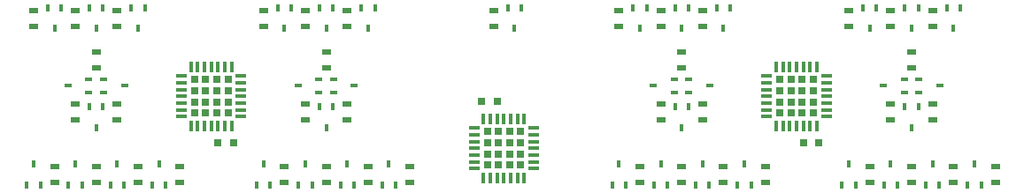
<source format=gbr>
G04 #@! TF.FileFunction,Paste,Top*
%FSLAX46Y46*%
G04 Gerber Fmt 4.6, Leading zero omitted, Abs format (unit mm)*
G04 Created by KiCad (PCBNEW 4.0.7) date 02/04/18 23:22:38*
%MOMM*%
%LPD*%
G01*
G04 APERTURE LIST*
%ADD10C,0.100000*%
%ADD11R,0.800000X0.750000*%
%ADD12R,0.900000X0.500000*%
%ADD13R,1.000000X0.370000*%
%ADD14R,0.370000X1.000000*%
%ADD15R,0.637500X0.637500*%
%ADD16R,0.450000X0.700000*%
%ADD17R,0.700000X0.450000*%
G04 APERTURE END LIST*
D10*
D11*
X144850000Y-102500000D03*
X146350000Y-102500000D03*
X121150000Y-106500000D03*
X119650000Y-106500000D03*
D12*
X146000000Y-93750000D03*
X146000000Y-95250000D03*
X188000000Y-93750000D03*
X188000000Y-95250000D03*
X188000000Y-102750000D03*
X188000000Y-104250000D03*
X194000000Y-110250000D03*
X194000000Y-108750000D03*
X190000000Y-110250000D03*
X190000000Y-108750000D03*
X184000000Y-102750000D03*
X184000000Y-104250000D03*
X186000000Y-110250000D03*
X186000000Y-108750000D03*
X182000000Y-110250000D03*
X182000000Y-108750000D03*
X186000000Y-99250000D03*
X186000000Y-97750000D03*
X180000000Y-93750000D03*
X180000000Y-95250000D03*
X184000000Y-93750000D03*
X184000000Y-95250000D03*
X166000000Y-93750000D03*
X166000000Y-95250000D03*
X166000000Y-102750000D03*
X166000000Y-104250000D03*
X172000000Y-110250000D03*
X172000000Y-108750000D03*
X168000000Y-110250000D03*
X168000000Y-108750000D03*
X162000000Y-102750000D03*
X162000000Y-104250000D03*
X164000000Y-110250000D03*
X164000000Y-108750000D03*
X160000000Y-110250000D03*
X160000000Y-108750000D03*
X164000000Y-99250000D03*
X164000000Y-97750000D03*
X158000000Y-93750000D03*
X158000000Y-95250000D03*
X162000000Y-93750000D03*
X162000000Y-95250000D03*
X132000000Y-93750000D03*
X132000000Y-95250000D03*
X132000000Y-102750000D03*
X132000000Y-104250000D03*
X134000000Y-110250000D03*
X134000000Y-108750000D03*
X128000000Y-102750000D03*
X128000000Y-104250000D03*
X130000000Y-110250000D03*
X130000000Y-108750000D03*
X126000000Y-110250000D03*
X126000000Y-108750000D03*
X130000000Y-99250000D03*
X130000000Y-97750000D03*
X124000000Y-93750000D03*
X124000000Y-95250000D03*
X128000000Y-93750000D03*
X128000000Y-95250000D03*
X110000000Y-93750000D03*
X110000000Y-95250000D03*
X110000000Y-102750000D03*
X110000000Y-104250000D03*
X116000000Y-110250000D03*
X116000000Y-108750000D03*
X112000000Y-110250000D03*
X112000000Y-108750000D03*
X106000000Y-102750000D03*
X106000000Y-104250000D03*
X108000000Y-110250000D03*
X108000000Y-108750000D03*
X104000000Y-110250000D03*
X104000000Y-108750000D03*
X106000000Y-93750000D03*
X106000000Y-95250000D03*
D13*
X177850000Y-103950000D03*
X177850000Y-103300000D03*
X177850000Y-102650000D03*
X177850000Y-102000000D03*
X177850000Y-101350000D03*
X177850000Y-100700000D03*
X177850000Y-100050000D03*
D14*
X176950000Y-99150000D03*
X176300000Y-99150000D03*
X175650000Y-99150000D03*
X175000000Y-99150000D03*
X174350000Y-99150000D03*
X173700000Y-99150000D03*
X173050000Y-99150000D03*
D13*
X172150000Y-100050000D03*
X172150000Y-100700000D03*
X172150000Y-101350000D03*
X172150000Y-102000000D03*
X172150000Y-102650000D03*
X172150000Y-103300000D03*
X172150000Y-103950000D03*
D14*
X173050000Y-104850000D03*
X173700000Y-104850000D03*
X174350000Y-104850000D03*
X175000000Y-104850000D03*
X175650000Y-104850000D03*
X176300000Y-104850000D03*
X176950000Y-104850000D03*
D15*
X173406250Y-100406250D03*
X173406250Y-101468750D03*
X173406250Y-102531250D03*
X173406250Y-103593750D03*
X174468750Y-100406250D03*
X174468750Y-101468750D03*
X174468750Y-102531250D03*
X174468750Y-103593750D03*
X175531250Y-100406250D03*
X175531250Y-101468750D03*
X175531250Y-102531250D03*
X175531250Y-103593750D03*
X176593750Y-100406250D03*
X176593750Y-101468750D03*
X176593750Y-102531250D03*
X176593750Y-103593750D03*
D13*
X144150000Y-105050000D03*
X144150000Y-105700000D03*
X144150000Y-106350000D03*
X144150000Y-107000000D03*
X144150000Y-107650000D03*
X144150000Y-108300000D03*
X144150000Y-108950000D03*
D14*
X145050000Y-109850000D03*
X145700000Y-109850000D03*
X146350000Y-109850000D03*
X147000000Y-109850000D03*
X147650000Y-109850000D03*
X148300000Y-109850000D03*
X148950000Y-109850000D03*
D13*
X149850000Y-108950000D03*
X149850000Y-108300000D03*
X149850000Y-107650000D03*
X149850000Y-107000000D03*
X149850000Y-106350000D03*
X149850000Y-105700000D03*
X149850000Y-105050000D03*
D14*
X148950000Y-104150000D03*
X148300000Y-104150000D03*
X147650000Y-104150000D03*
X147000000Y-104150000D03*
X146350000Y-104150000D03*
X145700000Y-104150000D03*
X145050000Y-104150000D03*
D15*
X148593750Y-108593750D03*
X148593750Y-107531250D03*
X148593750Y-106468750D03*
X148593750Y-105406250D03*
X147531250Y-108593750D03*
X147531250Y-107531250D03*
X147531250Y-106468750D03*
X147531250Y-105406250D03*
X146468750Y-108593750D03*
X146468750Y-107531250D03*
X146468750Y-106468750D03*
X146468750Y-105406250D03*
X145406250Y-108593750D03*
X145406250Y-107531250D03*
X145406250Y-106468750D03*
X145406250Y-105406250D03*
D16*
X148650000Y-93500000D03*
X147350000Y-93500000D03*
X148000000Y-95500000D03*
X190650000Y-93500000D03*
X189350000Y-93500000D03*
X190000000Y-95500000D03*
D17*
X186700000Y-100350000D03*
X186700000Y-101650000D03*
X188700000Y-101000000D03*
D16*
X191350000Y-110500000D03*
X192650000Y-110500000D03*
X192000000Y-108500000D03*
X187350000Y-110500000D03*
X188650000Y-110500000D03*
X188000000Y-108500000D03*
X186650000Y-103000000D03*
X185350000Y-103000000D03*
X186000000Y-105000000D03*
X183350000Y-110500000D03*
X184650000Y-110500000D03*
X184000000Y-108500000D03*
X179350000Y-110500000D03*
X180650000Y-110500000D03*
X180000000Y-108500000D03*
X182650000Y-93500000D03*
X181350000Y-93500000D03*
X182000000Y-95500000D03*
X186650000Y-93500000D03*
X185350000Y-93500000D03*
X186000000Y-95500000D03*
X168650000Y-93500000D03*
X167350000Y-93500000D03*
X168000000Y-95500000D03*
D17*
X164700000Y-100350000D03*
X164700000Y-101650000D03*
X166700000Y-101000000D03*
D16*
X169350000Y-110500000D03*
X170650000Y-110500000D03*
X170000000Y-108500000D03*
X165350000Y-110500000D03*
X166650000Y-110500000D03*
X166000000Y-108500000D03*
X164650000Y-103000000D03*
X163350000Y-103000000D03*
X164000000Y-105000000D03*
X161350000Y-110500000D03*
X162650000Y-110500000D03*
X162000000Y-108500000D03*
X157350000Y-110500000D03*
X158650000Y-110500000D03*
X158000000Y-108500000D03*
D17*
X163300000Y-101650000D03*
X163300000Y-100350000D03*
X161300000Y-101000000D03*
D16*
X160650000Y-93500000D03*
X159350000Y-93500000D03*
X160000000Y-95500000D03*
X164650000Y-93500000D03*
X163350000Y-93500000D03*
X164000000Y-95500000D03*
X134650000Y-93500000D03*
X133350000Y-93500000D03*
X134000000Y-95500000D03*
D17*
X130700000Y-100350000D03*
X130700000Y-101650000D03*
X132700000Y-101000000D03*
D16*
X131350000Y-110500000D03*
X132650000Y-110500000D03*
X132000000Y-108500000D03*
X130650000Y-103000000D03*
X129350000Y-103000000D03*
X130000000Y-105000000D03*
X127350000Y-110500000D03*
X128650000Y-110500000D03*
X128000000Y-108500000D03*
X126650000Y-93500000D03*
X125350000Y-93500000D03*
X126000000Y-95500000D03*
X130650000Y-93500000D03*
X129350000Y-93500000D03*
X130000000Y-95500000D03*
X112650000Y-93500000D03*
X111350000Y-93500000D03*
X112000000Y-95500000D03*
X113350000Y-110500000D03*
X114650000Y-110500000D03*
X114000000Y-108500000D03*
X109350000Y-110500000D03*
X110650000Y-110500000D03*
X110000000Y-108500000D03*
X108650000Y-103000000D03*
X107350000Y-103000000D03*
X108000000Y-105000000D03*
X105350000Y-110500000D03*
X106650000Y-110500000D03*
X106000000Y-108500000D03*
X101350000Y-110500000D03*
X102650000Y-110500000D03*
X102000000Y-108500000D03*
D17*
X107300000Y-101650000D03*
X107300000Y-100350000D03*
X105300000Y-101000000D03*
D16*
X108650000Y-93500000D03*
X107350000Y-93500000D03*
X108000000Y-95500000D03*
X123350000Y-110500000D03*
X124650000Y-110500000D03*
X124000000Y-108500000D03*
D12*
X102000000Y-93750000D03*
X102000000Y-95250000D03*
D16*
X104650000Y-93500000D03*
X103350000Y-93500000D03*
X104000000Y-95500000D03*
D17*
X108700000Y-100350000D03*
X108700000Y-101650000D03*
X110700000Y-101000000D03*
D13*
X121850000Y-103950000D03*
X121850000Y-103300000D03*
X121850000Y-102650000D03*
X121850000Y-102000000D03*
X121850000Y-101350000D03*
X121850000Y-100700000D03*
X121850000Y-100050000D03*
D14*
X120950000Y-99150000D03*
X120300000Y-99150000D03*
X119650000Y-99150000D03*
X119000000Y-99150000D03*
X118350000Y-99150000D03*
X117700000Y-99150000D03*
X117050000Y-99150000D03*
D13*
X116150000Y-100050000D03*
X116150000Y-100700000D03*
X116150000Y-101350000D03*
X116150000Y-102000000D03*
X116150000Y-102650000D03*
X116150000Y-103300000D03*
X116150000Y-103950000D03*
D14*
X117050000Y-104850000D03*
X117700000Y-104850000D03*
X118350000Y-104850000D03*
X119000000Y-104850000D03*
X119650000Y-104850000D03*
X120300000Y-104850000D03*
X120950000Y-104850000D03*
D15*
X117406250Y-100406250D03*
X117406250Y-101468750D03*
X117406250Y-102531250D03*
X117406250Y-103593750D03*
X118468750Y-100406250D03*
X118468750Y-101468750D03*
X118468750Y-102531250D03*
X118468750Y-103593750D03*
X119531250Y-100406250D03*
X119531250Y-101468750D03*
X119531250Y-102531250D03*
X119531250Y-103593750D03*
X120593750Y-100406250D03*
X120593750Y-101468750D03*
X120593750Y-102531250D03*
X120593750Y-103593750D03*
D17*
X129300000Y-101650000D03*
X129300000Y-100350000D03*
X127300000Y-101000000D03*
D12*
X108000000Y-99250000D03*
X108000000Y-97750000D03*
D17*
X185300000Y-101650000D03*
X185300000Y-100350000D03*
X183300000Y-101000000D03*
D12*
X138000000Y-110250000D03*
X138000000Y-108750000D03*
D16*
X135350000Y-110500000D03*
X136650000Y-110500000D03*
X136000000Y-108500000D03*
D11*
X177150000Y-106500000D03*
X175650000Y-106500000D03*
M02*

</source>
